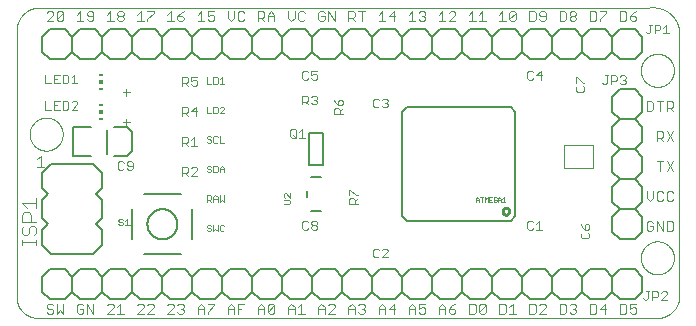
<source format=gto>
G75*
%MOIN*%
%OFA0B0*%
%FSLAX25Y25*%
%IPPOS*%
%LPD*%
%AMOC8*
5,1,8,0,0,1.08239X$1,22.5*
%
%ADD10C,0.00039*%
%ADD11C,0.00400*%
%ADD12C,0.00000*%
%ADD13C,0.00200*%
%ADD14C,0.00800*%
%ADD15C,0.01000*%
%ADD16C,0.00100*%
%ADD17C,0.00300*%
%ADD18C,0.00600*%
%ADD19C,0.00500*%
%ADD20R,0.01181X0.00591*%
%ADD21R,0.01181X0.01181*%
%ADD22C,0.00250*%
D10*
X0008864Y0047693D02*
X0213274Y0047693D01*
X0213458Y0047665D01*
X0213643Y0047641D01*
X0213828Y0047622D01*
X0214014Y0047608D01*
X0214200Y0047598D01*
X0214386Y0047592D01*
X0214573Y0047591D01*
X0214759Y0047595D01*
X0214945Y0047603D01*
X0215131Y0047615D01*
X0215317Y0047632D01*
X0215502Y0047653D01*
X0215686Y0047679D01*
X0215870Y0047709D01*
X0216053Y0047744D01*
X0216235Y0047783D01*
X0216416Y0047827D01*
X0216596Y0047875D01*
X0216775Y0047927D01*
X0216953Y0047984D01*
X0217129Y0048044D01*
X0217304Y0048109D01*
X0217476Y0048179D01*
X0217648Y0048252D01*
X0217817Y0048330D01*
X0217985Y0048411D01*
X0218150Y0048497D01*
X0218313Y0048587D01*
X0218475Y0048680D01*
X0218633Y0048777D01*
X0218790Y0048879D01*
X0218944Y0048984D01*
X0219095Y0049092D01*
X0219244Y0049205D01*
X0219390Y0049320D01*
X0219533Y0049440D01*
X0219673Y0049562D01*
X0219810Y0049689D01*
X0219944Y0049818D01*
X0220075Y0049950D01*
X0220203Y0050086D01*
X0220327Y0050225D01*
X0220448Y0050367D01*
X0220566Y0050511D01*
X0220680Y0050659D01*
X0220790Y0050809D01*
X0220897Y0050961D01*
X0221000Y0051117D01*
X0221099Y0051274D01*
X0221194Y0051434D01*
X0221286Y0051597D01*
X0221373Y0051761D01*
X0221457Y0051928D01*
X0221536Y0052096D01*
X0221612Y0052267D01*
X0221683Y0052439D01*
X0221750Y0052613D01*
X0221813Y0052788D01*
X0221872Y0052965D01*
X0221926Y0053143D01*
X0221976Y0053323D01*
X0222021Y0053503D01*
X0222063Y0053685D01*
X0222100Y0053868D01*
X0222132Y0054051D01*
X0222132Y0143510D01*
X0222099Y0143724D01*
X0222062Y0143937D01*
X0222018Y0144148D01*
X0221970Y0144359D01*
X0221917Y0144569D01*
X0221859Y0144777D01*
X0221795Y0144984D01*
X0221727Y0145189D01*
X0221654Y0145392D01*
X0221576Y0145594D01*
X0221493Y0145793D01*
X0221405Y0145991D01*
X0221312Y0146186D01*
X0221215Y0146379D01*
X0221113Y0146570D01*
X0221007Y0146758D01*
X0220896Y0146944D01*
X0220781Y0147126D01*
X0220661Y0147306D01*
X0220537Y0147483D01*
X0220408Y0147657D01*
X0220276Y0147828D01*
X0220139Y0147996D01*
X0219999Y0148160D01*
X0219854Y0148321D01*
X0219706Y0148478D01*
X0219554Y0148632D01*
X0219398Y0148781D01*
X0219238Y0148928D01*
X0219076Y0149070D01*
X0218909Y0149208D01*
X0218740Y0149342D01*
X0218567Y0149472D01*
X0218391Y0149598D01*
X0218212Y0149719D01*
X0218031Y0149837D01*
X0217846Y0149949D01*
X0217659Y0150058D01*
X0217469Y0150161D01*
X0217277Y0150260D01*
X0217083Y0150355D01*
X0216886Y0150444D01*
X0216687Y0150529D01*
X0216487Y0150609D01*
X0216284Y0150684D01*
X0216079Y0150755D01*
X0215873Y0150820D01*
X0215666Y0150880D01*
X0215457Y0150936D01*
X0215246Y0150986D01*
X0215035Y0151031D01*
X0214823Y0151071D01*
X0214609Y0151106D01*
X0214395Y0151135D01*
X0214180Y0151160D01*
X0213965Y0151179D01*
X0213749Y0151193D01*
X0213533Y0151202D01*
X0213317Y0151206D01*
X0213101Y0151204D01*
X0212885Y0151198D01*
X0212669Y0151186D01*
X0212453Y0151168D01*
X0212238Y0151146D01*
X0212024Y0151118D01*
X0008864Y0151118D01*
X0008680Y0151116D01*
X0008496Y0151109D01*
X0008313Y0151098D01*
X0008130Y0151082D01*
X0007947Y0151063D01*
X0007765Y0151038D01*
X0007583Y0151009D01*
X0007402Y0150976D01*
X0007222Y0150939D01*
X0007043Y0150897D01*
X0006865Y0150851D01*
X0006689Y0150800D01*
X0006513Y0150746D01*
X0006339Y0150687D01*
X0006166Y0150624D01*
X0005995Y0150556D01*
X0005826Y0150485D01*
X0005658Y0150410D01*
X0005492Y0150330D01*
X0005328Y0150247D01*
X0005167Y0150159D01*
X0005007Y0150068D01*
X0004850Y0149973D01*
X0004695Y0149874D01*
X0004542Y0149771D01*
X0004392Y0149665D01*
X0004245Y0149555D01*
X0004100Y0149442D01*
X0003958Y0149325D01*
X0003819Y0149205D01*
X0003683Y0149081D01*
X0003550Y0148954D01*
X0003420Y0148824D01*
X0003293Y0148691D01*
X0003169Y0148555D01*
X0003049Y0148416D01*
X0002932Y0148274D01*
X0002819Y0148129D01*
X0002709Y0147982D01*
X0002603Y0147832D01*
X0002500Y0147679D01*
X0002401Y0147524D01*
X0002306Y0147367D01*
X0002215Y0147207D01*
X0002127Y0147046D01*
X0002044Y0146882D01*
X0001964Y0146716D01*
X0001889Y0146548D01*
X0001818Y0146379D01*
X0001750Y0146208D01*
X0001687Y0146035D01*
X0001628Y0145861D01*
X0001574Y0145685D01*
X0001523Y0145509D01*
X0001477Y0145331D01*
X0001435Y0145152D01*
X0001398Y0144972D01*
X0001365Y0144791D01*
X0001336Y0144609D01*
X0001311Y0144427D01*
X0001292Y0144244D01*
X0001276Y0144061D01*
X0001265Y0143878D01*
X0001258Y0143694D01*
X0001256Y0143510D01*
X0001256Y0054051D01*
X0001273Y0053880D01*
X0001295Y0053709D01*
X0001321Y0053539D01*
X0001351Y0053370D01*
X0001385Y0053201D01*
X0001423Y0053033D01*
X0001466Y0052866D01*
X0001512Y0052701D01*
X0001563Y0052536D01*
X0001617Y0052373D01*
X0001676Y0052211D01*
X0001738Y0052051D01*
X0001804Y0051892D01*
X0001875Y0051735D01*
X0001949Y0051580D01*
X0002027Y0051426D01*
X0002108Y0051275D01*
X0002194Y0051125D01*
X0002283Y0050978D01*
X0002375Y0050833D01*
X0002471Y0050690D01*
X0002571Y0050550D01*
X0002674Y0050412D01*
X0002780Y0050277D01*
X0002890Y0050144D01*
X0003002Y0050014D01*
X0003118Y0049887D01*
X0003237Y0049763D01*
X0003360Y0049642D01*
X0003485Y0049523D01*
X0003612Y0049408D01*
X0003743Y0049296D01*
X0003877Y0049188D01*
X0004013Y0049082D01*
X0004151Y0048980D01*
X0004292Y0048882D01*
X0004435Y0048786D01*
X0004581Y0048695D01*
X0004729Y0048607D01*
X0004879Y0048523D01*
X0005031Y0048442D01*
X0005185Y0048365D01*
X0005341Y0048292D01*
X0005498Y0048223D01*
X0005658Y0048158D01*
X0005818Y0048096D01*
X0005981Y0048039D01*
X0006144Y0047985D01*
X0006309Y0047936D01*
X0006475Y0047891D01*
X0006642Y0047849D01*
X0006810Y0047812D01*
X0006979Y0047779D01*
X0007149Y0047750D01*
X0007319Y0047726D01*
X0007490Y0047705D01*
X0007661Y0047689D01*
X0007833Y0047677D01*
X0008004Y0047669D01*
X0008177Y0047665D01*
X0008349Y0047666D01*
X0008521Y0047671D01*
X0008692Y0047680D01*
X0008864Y0047693D01*
D11*
X0011300Y0049674D02*
X0011841Y0049133D01*
X0012922Y0049133D01*
X0013462Y0049674D01*
X0013462Y0050214D01*
X0012922Y0050754D01*
X0011841Y0050754D01*
X0011300Y0051295D01*
X0011300Y0051835D01*
X0011841Y0052376D01*
X0012922Y0052376D01*
X0013462Y0051835D01*
X0014652Y0052376D02*
X0014652Y0049133D01*
X0015733Y0050214D01*
X0016814Y0049133D01*
X0016814Y0052376D01*
X0021355Y0051835D02*
X0021355Y0049674D01*
X0021896Y0049133D01*
X0022977Y0049133D01*
X0023517Y0049674D01*
X0023517Y0050754D01*
X0022436Y0050754D01*
X0021355Y0051835D02*
X0021896Y0052376D01*
X0022977Y0052376D01*
X0023517Y0051835D01*
X0024707Y0052376D02*
X0026869Y0049133D01*
X0026869Y0052376D01*
X0024707Y0052376D02*
X0024707Y0049133D01*
X0031410Y0049133D02*
X0033572Y0051295D01*
X0033572Y0051835D01*
X0033032Y0052376D01*
X0031951Y0052376D01*
X0031410Y0051835D01*
X0034762Y0051295D02*
X0035843Y0052376D01*
X0035843Y0049133D01*
X0034762Y0049133D02*
X0036924Y0049133D01*
X0041465Y0049133D02*
X0043627Y0051295D01*
X0043627Y0051835D01*
X0043087Y0052376D01*
X0042006Y0052376D01*
X0041465Y0051835D01*
X0044817Y0051835D02*
X0045357Y0052376D01*
X0046438Y0052376D01*
X0046979Y0051835D01*
X0046979Y0051295D01*
X0044817Y0049133D01*
X0046979Y0049133D01*
X0043627Y0049133D02*
X0041465Y0049133D01*
X0033572Y0049133D02*
X0031410Y0049133D01*
X0051520Y0049133D02*
X0053682Y0051295D01*
X0053682Y0051835D01*
X0053142Y0052376D01*
X0052061Y0052376D01*
X0051520Y0051835D01*
X0054872Y0051835D02*
X0055412Y0052376D01*
X0056493Y0052376D01*
X0057034Y0051835D01*
X0057034Y0051295D01*
X0056493Y0050754D01*
X0057034Y0050214D01*
X0057034Y0049674D01*
X0056493Y0049133D01*
X0055412Y0049133D01*
X0054872Y0049674D01*
X0053682Y0049133D02*
X0051520Y0049133D01*
X0055953Y0050754D02*
X0056493Y0050754D01*
X0061575Y0050754D02*
X0063737Y0050754D01*
X0063737Y0051295D02*
X0063737Y0049133D01*
X0064927Y0049133D02*
X0064927Y0049674D01*
X0067089Y0051835D01*
X0067089Y0052376D01*
X0064927Y0052376D01*
X0063737Y0051295D02*
X0062656Y0052376D01*
X0061575Y0051295D01*
X0061575Y0049133D01*
X0071630Y0049133D02*
X0071630Y0051295D01*
X0072711Y0052376D01*
X0073792Y0051295D01*
X0073792Y0049133D01*
X0074982Y0049133D02*
X0074982Y0052376D01*
X0077144Y0052376D01*
X0076063Y0050754D02*
X0074982Y0050754D01*
X0073792Y0050754D02*
X0071630Y0050754D01*
X0081685Y0050754D02*
X0083847Y0050754D01*
X0083847Y0051295D02*
X0083847Y0049133D01*
X0085037Y0049674D02*
X0087199Y0051835D01*
X0087199Y0049674D01*
X0086658Y0049133D01*
X0085577Y0049133D01*
X0085037Y0049674D01*
X0085037Y0051835D01*
X0085577Y0052376D01*
X0086658Y0052376D01*
X0087199Y0051835D01*
X0083847Y0051295D02*
X0082766Y0052376D01*
X0081685Y0051295D01*
X0081685Y0049133D01*
X0091740Y0049133D02*
X0091740Y0051295D01*
X0092821Y0052376D01*
X0093902Y0051295D01*
X0093902Y0049133D01*
X0095092Y0049133D02*
X0097254Y0049133D01*
X0096173Y0049133D02*
X0096173Y0052376D01*
X0095092Y0051295D01*
X0093902Y0050754D02*
X0091740Y0050754D01*
X0101795Y0050754D02*
X0103957Y0050754D01*
X0103957Y0051295D02*
X0103957Y0049133D01*
X0105147Y0049133D02*
X0107309Y0051295D01*
X0107309Y0051835D01*
X0106768Y0052376D01*
X0105687Y0052376D01*
X0105147Y0051835D01*
X0103957Y0051295D02*
X0102876Y0052376D01*
X0101795Y0051295D01*
X0101795Y0049133D01*
X0105147Y0049133D02*
X0107309Y0049133D01*
X0111850Y0049133D02*
X0111850Y0051295D01*
X0112931Y0052376D01*
X0114012Y0051295D01*
X0114012Y0049133D01*
X0115202Y0049674D02*
X0115742Y0049133D01*
X0116823Y0049133D01*
X0117364Y0049674D01*
X0117364Y0050214D01*
X0116823Y0050754D01*
X0116283Y0050754D01*
X0116823Y0050754D02*
X0117364Y0051295D01*
X0117364Y0051835D01*
X0116823Y0052376D01*
X0115742Y0052376D01*
X0115202Y0051835D01*
X0114012Y0050754D02*
X0111850Y0050754D01*
X0121905Y0050754D02*
X0124067Y0050754D01*
X0124067Y0051295D02*
X0124067Y0049133D01*
X0121905Y0049133D02*
X0121905Y0051295D01*
X0122986Y0052376D01*
X0124067Y0051295D01*
X0125257Y0050754D02*
X0126878Y0052376D01*
X0126878Y0049133D01*
X0127419Y0050754D02*
X0125257Y0050754D01*
X0131960Y0050754D02*
X0134122Y0050754D01*
X0134122Y0051295D02*
X0134122Y0049133D01*
X0135312Y0049674D02*
X0135852Y0049133D01*
X0136933Y0049133D01*
X0137474Y0049674D01*
X0137474Y0050754D01*
X0136933Y0051295D01*
X0136393Y0051295D01*
X0135312Y0050754D01*
X0135312Y0052376D01*
X0137474Y0052376D01*
X0134122Y0051295D02*
X0133041Y0052376D01*
X0131960Y0051295D01*
X0131960Y0049133D01*
X0142015Y0049133D02*
X0142015Y0051295D01*
X0143096Y0052376D01*
X0144177Y0051295D01*
X0144177Y0049133D01*
X0145367Y0049674D02*
X0145907Y0049133D01*
X0146988Y0049133D01*
X0147529Y0049674D01*
X0147529Y0050214D01*
X0146988Y0050754D01*
X0145367Y0050754D01*
X0145367Y0049674D01*
X0145367Y0050754D02*
X0146448Y0051835D01*
X0147529Y0052376D01*
X0144177Y0050754D02*
X0142015Y0050754D01*
X0152070Y0049133D02*
X0153692Y0049133D01*
X0154232Y0049674D01*
X0154232Y0051835D01*
X0153692Y0052376D01*
X0152070Y0052376D01*
X0152070Y0049133D01*
X0155422Y0049674D02*
X0157584Y0051835D01*
X0157584Y0049674D01*
X0157043Y0049133D01*
X0155962Y0049133D01*
X0155422Y0049674D01*
X0155422Y0051835D01*
X0155962Y0052376D01*
X0157043Y0052376D01*
X0157584Y0051835D01*
X0162125Y0052376D02*
X0162125Y0049133D01*
X0163747Y0049133D01*
X0164287Y0049674D01*
X0164287Y0051835D01*
X0163747Y0052376D01*
X0162125Y0052376D01*
X0165477Y0051295D02*
X0166558Y0052376D01*
X0166558Y0049133D01*
X0165477Y0049133D02*
X0167639Y0049133D01*
X0172180Y0049133D02*
X0173802Y0049133D01*
X0174342Y0049674D01*
X0174342Y0051835D01*
X0173802Y0052376D01*
X0172180Y0052376D01*
X0172180Y0049133D01*
X0175532Y0049133D02*
X0177694Y0051295D01*
X0177694Y0051835D01*
X0177153Y0052376D01*
X0176072Y0052376D01*
X0175532Y0051835D01*
X0175532Y0049133D02*
X0177694Y0049133D01*
X0182235Y0049133D02*
X0183856Y0049133D01*
X0184397Y0049674D01*
X0184397Y0051835D01*
X0183856Y0052376D01*
X0182235Y0052376D01*
X0182235Y0049133D01*
X0185587Y0049674D02*
X0186127Y0049133D01*
X0187208Y0049133D01*
X0187749Y0049674D01*
X0187749Y0050214D01*
X0187208Y0050754D01*
X0186668Y0050754D01*
X0187208Y0050754D02*
X0187749Y0051295D01*
X0187749Y0051835D01*
X0187208Y0052376D01*
X0186127Y0052376D01*
X0185587Y0051835D01*
X0192290Y0052376D02*
X0192290Y0049133D01*
X0193911Y0049133D01*
X0194452Y0049674D01*
X0194452Y0051835D01*
X0193911Y0052376D01*
X0192290Y0052376D01*
X0195642Y0050754D02*
X0197804Y0050754D01*
X0197263Y0049133D02*
X0197263Y0052376D01*
X0195642Y0050754D01*
X0202345Y0049133D02*
X0203966Y0049133D01*
X0204507Y0049674D01*
X0204507Y0051835D01*
X0203966Y0052376D01*
X0202345Y0052376D01*
X0202345Y0049133D01*
X0205697Y0049674D02*
X0206237Y0049133D01*
X0207318Y0049133D01*
X0207859Y0049674D01*
X0207859Y0050754D01*
X0207318Y0051295D01*
X0206778Y0051295D01*
X0205697Y0050754D01*
X0205697Y0052376D01*
X0207859Y0052376D01*
X0211786Y0076633D02*
X0212867Y0076633D01*
X0213407Y0077174D01*
X0213407Y0078254D01*
X0212326Y0078254D01*
X0211245Y0077174D02*
X0211786Y0076633D01*
X0211245Y0077174D02*
X0211245Y0079335D01*
X0211786Y0079876D01*
X0212867Y0079876D01*
X0213407Y0079335D01*
X0214597Y0079876D02*
X0216759Y0076633D01*
X0216759Y0079876D01*
X0217949Y0079876D02*
X0219570Y0079876D01*
X0220111Y0079335D01*
X0220111Y0077174D01*
X0219570Y0076633D01*
X0217949Y0076633D01*
X0217949Y0079876D01*
X0214597Y0079876D02*
X0214597Y0076633D01*
X0215138Y0086643D02*
X0216218Y0086643D01*
X0216759Y0087184D01*
X0217949Y0087184D02*
X0218489Y0086643D01*
X0219570Y0086643D01*
X0220111Y0087184D01*
X0217949Y0087184D02*
X0217949Y0089345D01*
X0218489Y0089886D01*
X0219570Y0089886D01*
X0220111Y0089345D01*
X0216759Y0089345D02*
X0216218Y0089886D01*
X0215138Y0089886D01*
X0214597Y0089345D01*
X0214597Y0087184D01*
X0215138Y0086643D01*
X0213407Y0087724D02*
X0213407Y0089886D01*
X0211245Y0089886D02*
X0211245Y0087724D01*
X0212326Y0086643D01*
X0213407Y0087724D01*
X0215678Y0096653D02*
X0215678Y0099896D01*
X0214597Y0099896D02*
X0216759Y0099896D01*
X0217949Y0099896D02*
X0220111Y0096653D01*
X0217949Y0096653D02*
X0220111Y0099896D01*
X0220111Y0106663D02*
X0217949Y0109906D01*
X0216759Y0109365D02*
X0216759Y0108284D01*
X0216218Y0107744D01*
X0214597Y0107744D01*
X0214597Y0106663D02*
X0214597Y0109906D01*
X0216218Y0109906D01*
X0216759Y0109365D01*
X0215678Y0107744D02*
X0216759Y0106663D01*
X0217949Y0106663D02*
X0220111Y0109906D01*
X0220111Y0116673D02*
X0219030Y0117754D01*
X0219570Y0117754D02*
X0217949Y0117754D01*
X0217949Y0116673D02*
X0217949Y0119916D01*
X0219570Y0119916D01*
X0220111Y0119375D01*
X0220111Y0118294D01*
X0219570Y0117754D01*
X0216759Y0119916D02*
X0214597Y0119916D01*
X0215678Y0119916D02*
X0215678Y0116673D01*
X0213407Y0117213D02*
X0213407Y0119375D01*
X0212867Y0119916D01*
X0211245Y0119916D01*
X0211245Y0116673D01*
X0212867Y0116673D01*
X0213407Y0117213D01*
X0207318Y0146633D02*
X0206237Y0146633D01*
X0205697Y0147174D01*
X0205697Y0148254D01*
X0207318Y0148254D01*
X0207859Y0147714D01*
X0207859Y0147174D01*
X0207318Y0146633D01*
X0205697Y0148254D02*
X0206778Y0149335D01*
X0207859Y0149876D01*
X0204507Y0149335D02*
X0203966Y0149876D01*
X0202345Y0149876D01*
X0202345Y0146633D01*
X0203966Y0146633D01*
X0204507Y0147174D01*
X0204507Y0149335D01*
X0197804Y0149335D02*
X0195642Y0147174D01*
X0195642Y0146633D01*
X0194452Y0147174D02*
X0194452Y0149335D01*
X0193911Y0149876D01*
X0192290Y0149876D01*
X0192290Y0146633D01*
X0193911Y0146633D01*
X0194452Y0147174D01*
X0195642Y0149876D02*
X0197804Y0149876D01*
X0197804Y0149335D01*
X0187749Y0149335D02*
X0187749Y0148795D01*
X0187208Y0148254D01*
X0186127Y0148254D01*
X0185587Y0148795D01*
X0185587Y0149335D01*
X0186127Y0149876D01*
X0187208Y0149876D01*
X0187749Y0149335D01*
X0187208Y0148254D02*
X0187749Y0147714D01*
X0187749Y0147174D01*
X0187208Y0146633D01*
X0186127Y0146633D01*
X0185587Y0147174D01*
X0185587Y0147714D01*
X0186127Y0148254D01*
X0184397Y0147174D02*
X0184397Y0149335D01*
X0183856Y0149876D01*
X0182235Y0149876D01*
X0182235Y0146633D01*
X0183856Y0146633D01*
X0184397Y0147174D01*
X0177694Y0147174D02*
X0177694Y0149335D01*
X0177153Y0149876D01*
X0176072Y0149876D01*
X0175532Y0149335D01*
X0175532Y0148795D01*
X0176072Y0148254D01*
X0177694Y0148254D01*
X0177694Y0147174D02*
X0177153Y0146633D01*
X0176072Y0146633D01*
X0175532Y0147174D01*
X0174342Y0147174D02*
X0174342Y0149335D01*
X0173802Y0149876D01*
X0172180Y0149876D01*
X0172180Y0146633D01*
X0173802Y0146633D01*
X0174342Y0147174D01*
X0167639Y0147174D02*
X0167639Y0149335D01*
X0165477Y0147174D01*
X0166017Y0146633D01*
X0167098Y0146633D01*
X0167639Y0147174D01*
X0165477Y0147174D02*
X0165477Y0149335D01*
X0166017Y0149876D01*
X0167098Y0149876D01*
X0167639Y0149335D01*
X0164287Y0146633D02*
X0162125Y0146633D01*
X0163206Y0146633D02*
X0163206Y0149876D01*
X0162125Y0148795D01*
X0157584Y0146633D02*
X0155422Y0146633D01*
X0156503Y0146633D02*
X0156503Y0149876D01*
X0155422Y0148795D01*
X0154232Y0146633D02*
X0152070Y0146633D01*
X0153151Y0146633D02*
X0153151Y0149876D01*
X0152070Y0148795D01*
X0147529Y0148795D02*
X0145367Y0146633D01*
X0147529Y0146633D01*
X0147529Y0148795D02*
X0147529Y0149335D01*
X0146988Y0149876D01*
X0145907Y0149876D01*
X0145367Y0149335D01*
X0143096Y0149876D02*
X0142015Y0148795D01*
X0143096Y0149876D02*
X0143096Y0146633D01*
X0142015Y0146633D02*
X0144177Y0146633D01*
X0137474Y0147174D02*
X0136933Y0146633D01*
X0135852Y0146633D01*
X0135312Y0147174D01*
X0134122Y0146633D02*
X0131960Y0146633D01*
X0133041Y0146633D02*
X0133041Y0149876D01*
X0131960Y0148795D01*
X0135312Y0149335D02*
X0135852Y0149876D01*
X0136933Y0149876D01*
X0137474Y0149335D01*
X0137474Y0148795D01*
X0136933Y0148254D01*
X0137474Y0147714D01*
X0137474Y0147174D01*
X0136933Y0148254D02*
X0136393Y0148254D01*
X0127419Y0148254D02*
X0125257Y0148254D01*
X0126878Y0149876D01*
X0126878Y0146633D01*
X0124067Y0146633D02*
X0121905Y0146633D01*
X0122986Y0146633D02*
X0122986Y0149876D01*
X0121905Y0148795D01*
X0117364Y0149876D02*
X0115202Y0149876D01*
X0116283Y0149876D02*
X0116283Y0146633D01*
X0114012Y0146633D02*
X0112931Y0147714D01*
X0113472Y0147714D02*
X0111850Y0147714D01*
X0111850Y0146633D02*
X0111850Y0149876D01*
X0113472Y0149876D01*
X0114012Y0149335D01*
X0114012Y0148254D01*
X0113472Y0147714D01*
X0107309Y0146633D02*
X0107309Y0149876D01*
X0105147Y0149876D02*
X0107309Y0146633D01*
X0105147Y0146633D02*
X0105147Y0149876D01*
X0103957Y0149335D02*
X0103417Y0149876D01*
X0102336Y0149876D01*
X0101795Y0149335D01*
X0101795Y0147174D01*
X0102336Y0146633D01*
X0103417Y0146633D01*
X0103957Y0147174D01*
X0103957Y0148254D01*
X0102876Y0148254D01*
X0097254Y0147174D02*
X0096713Y0146633D01*
X0095632Y0146633D01*
X0095092Y0147174D01*
X0095092Y0149335D01*
X0095632Y0149876D01*
X0096713Y0149876D01*
X0097254Y0149335D01*
X0093902Y0149876D02*
X0093902Y0147714D01*
X0092821Y0146633D01*
X0091740Y0147714D01*
X0091740Y0149876D01*
X0087199Y0148795D02*
X0087199Y0146633D01*
X0087199Y0148254D02*
X0085037Y0148254D01*
X0085037Y0148795D02*
X0086118Y0149876D01*
X0087199Y0148795D01*
X0085037Y0148795D02*
X0085037Y0146633D01*
X0083847Y0146633D02*
X0082766Y0147714D01*
X0083307Y0147714D02*
X0081685Y0147714D01*
X0081685Y0146633D02*
X0081685Y0149876D01*
X0083307Y0149876D01*
X0083847Y0149335D01*
X0083847Y0148254D01*
X0083307Y0147714D01*
X0077144Y0147174D02*
X0076603Y0146633D01*
X0075522Y0146633D01*
X0074982Y0147174D01*
X0074982Y0149335D01*
X0075522Y0149876D01*
X0076603Y0149876D01*
X0077144Y0149335D01*
X0073792Y0149876D02*
X0073792Y0147714D01*
X0072711Y0146633D01*
X0071630Y0147714D01*
X0071630Y0149876D01*
X0067089Y0149876D02*
X0064927Y0149876D01*
X0064927Y0148254D01*
X0066008Y0148795D01*
X0066548Y0148795D01*
X0067089Y0148254D01*
X0067089Y0147174D01*
X0066548Y0146633D01*
X0065467Y0146633D01*
X0064927Y0147174D01*
X0063737Y0146633D02*
X0061575Y0146633D01*
X0062656Y0146633D02*
X0062656Y0149876D01*
X0061575Y0148795D01*
X0057034Y0149876D02*
X0055953Y0149335D01*
X0054872Y0148254D01*
X0056493Y0148254D01*
X0057034Y0147714D01*
X0057034Y0147174D01*
X0056493Y0146633D01*
X0055412Y0146633D01*
X0054872Y0147174D01*
X0054872Y0148254D01*
X0053682Y0146633D02*
X0051520Y0146633D01*
X0052601Y0146633D02*
X0052601Y0149876D01*
X0051520Y0148795D01*
X0046979Y0149335D02*
X0044817Y0147174D01*
X0044817Y0146633D01*
X0043627Y0146633D02*
X0041465Y0146633D01*
X0042546Y0146633D02*
X0042546Y0149876D01*
X0041465Y0148795D01*
X0044817Y0149876D02*
X0046979Y0149876D01*
X0046979Y0149335D01*
X0036924Y0149335D02*
X0036924Y0148795D01*
X0036383Y0148254D01*
X0035302Y0148254D01*
X0034762Y0148795D01*
X0034762Y0149335D01*
X0035302Y0149876D01*
X0036383Y0149876D01*
X0036924Y0149335D01*
X0036383Y0148254D02*
X0036924Y0147714D01*
X0036924Y0147174D01*
X0036383Y0146633D01*
X0035302Y0146633D01*
X0034762Y0147174D01*
X0034762Y0147714D01*
X0035302Y0148254D01*
X0033572Y0146633D02*
X0031410Y0146633D01*
X0032491Y0146633D02*
X0032491Y0149876D01*
X0031410Y0148795D01*
X0026869Y0149335D02*
X0026869Y0147174D01*
X0026328Y0146633D01*
X0025247Y0146633D01*
X0024707Y0147174D01*
X0025247Y0148254D02*
X0026869Y0148254D01*
X0026869Y0149335D02*
X0026328Y0149876D01*
X0025247Y0149876D01*
X0024707Y0149335D01*
X0024707Y0148795D01*
X0025247Y0148254D01*
X0023517Y0146633D02*
X0021355Y0146633D01*
X0022436Y0146633D02*
X0022436Y0149876D01*
X0021355Y0148795D01*
X0016814Y0149335D02*
X0014652Y0147174D01*
X0015193Y0146633D01*
X0016273Y0146633D01*
X0016814Y0147174D01*
X0016814Y0149335D01*
X0016273Y0149876D01*
X0015193Y0149876D01*
X0014652Y0149335D01*
X0014652Y0147174D01*
X0013462Y0146633D02*
X0011300Y0146633D01*
X0013462Y0148795D01*
X0013462Y0149335D01*
X0012922Y0149876D01*
X0011841Y0149876D01*
X0011300Y0149335D01*
X0007650Y0087479D02*
X0007650Y0084410D01*
X0007650Y0085945D02*
X0003046Y0085945D01*
X0004581Y0084410D01*
X0003814Y0082876D02*
X0005348Y0082876D01*
X0006116Y0082108D01*
X0006116Y0079806D01*
X0006116Y0078272D02*
X0005348Y0077504D01*
X0005348Y0075970D01*
X0004581Y0075202D01*
X0003814Y0075202D01*
X0003046Y0075970D01*
X0003046Y0077504D01*
X0003814Y0078272D01*
X0003046Y0079806D02*
X0003046Y0082108D01*
X0003814Y0082876D01*
X0003046Y0079806D02*
X0007650Y0079806D01*
X0006883Y0078272D02*
X0007650Y0077504D01*
X0007650Y0075970D01*
X0006883Y0075202D01*
X0007650Y0073668D02*
X0007650Y0072133D01*
X0007650Y0072900D02*
X0003046Y0072900D01*
X0003046Y0072133D02*
X0003046Y0073668D01*
X0006116Y0078272D02*
X0006883Y0078272D01*
D12*
X0005588Y0108933D02*
X0005590Y0109081D01*
X0005596Y0109229D01*
X0005606Y0109377D01*
X0005620Y0109524D01*
X0005638Y0109671D01*
X0005659Y0109817D01*
X0005685Y0109963D01*
X0005715Y0110108D01*
X0005748Y0110252D01*
X0005786Y0110395D01*
X0005827Y0110537D01*
X0005872Y0110678D01*
X0005920Y0110818D01*
X0005973Y0110957D01*
X0006029Y0111094D01*
X0006089Y0111229D01*
X0006152Y0111363D01*
X0006219Y0111495D01*
X0006290Y0111625D01*
X0006364Y0111753D01*
X0006441Y0111879D01*
X0006522Y0112003D01*
X0006606Y0112125D01*
X0006693Y0112244D01*
X0006784Y0112361D01*
X0006878Y0112476D01*
X0006974Y0112588D01*
X0007074Y0112698D01*
X0007176Y0112804D01*
X0007282Y0112908D01*
X0007390Y0113009D01*
X0007501Y0113107D01*
X0007614Y0113203D01*
X0007730Y0113295D01*
X0007848Y0113384D01*
X0007969Y0113469D01*
X0008092Y0113552D01*
X0008217Y0113631D01*
X0008344Y0113707D01*
X0008473Y0113779D01*
X0008604Y0113848D01*
X0008737Y0113913D01*
X0008872Y0113974D01*
X0009008Y0114032D01*
X0009145Y0114087D01*
X0009284Y0114137D01*
X0009425Y0114184D01*
X0009566Y0114227D01*
X0009709Y0114267D01*
X0009853Y0114302D01*
X0009997Y0114334D01*
X0010143Y0114361D01*
X0010289Y0114385D01*
X0010436Y0114405D01*
X0010583Y0114421D01*
X0010730Y0114433D01*
X0010878Y0114441D01*
X0011026Y0114445D01*
X0011174Y0114445D01*
X0011322Y0114441D01*
X0011470Y0114433D01*
X0011617Y0114421D01*
X0011764Y0114405D01*
X0011911Y0114385D01*
X0012057Y0114361D01*
X0012203Y0114334D01*
X0012347Y0114302D01*
X0012491Y0114267D01*
X0012634Y0114227D01*
X0012775Y0114184D01*
X0012916Y0114137D01*
X0013055Y0114087D01*
X0013192Y0114032D01*
X0013328Y0113974D01*
X0013463Y0113913D01*
X0013596Y0113848D01*
X0013727Y0113779D01*
X0013856Y0113707D01*
X0013983Y0113631D01*
X0014108Y0113552D01*
X0014231Y0113469D01*
X0014352Y0113384D01*
X0014470Y0113295D01*
X0014586Y0113203D01*
X0014699Y0113107D01*
X0014810Y0113009D01*
X0014918Y0112908D01*
X0015024Y0112804D01*
X0015126Y0112698D01*
X0015226Y0112588D01*
X0015322Y0112476D01*
X0015416Y0112361D01*
X0015507Y0112244D01*
X0015594Y0112125D01*
X0015678Y0112003D01*
X0015759Y0111879D01*
X0015836Y0111753D01*
X0015910Y0111625D01*
X0015981Y0111495D01*
X0016048Y0111363D01*
X0016111Y0111229D01*
X0016171Y0111094D01*
X0016227Y0110957D01*
X0016280Y0110818D01*
X0016328Y0110678D01*
X0016373Y0110537D01*
X0016414Y0110395D01*
X0016452Y0110252D01*
X0016485Y0110108D01*
X0016515Y0109963D01*
X0016541Y0109817D01*
X0016562Y0109671D01*
X0016580Y0109524D01*
X0016594Y0109377D01*
X0016604Y0109229D01*
X0016610Y0109081D01*
X0016612Y0108933D01*
X0016610Y0108785D01*
X0016604Y0108637D01*
X0016594Y0108489D01*
X0016580Y0108342D01*
X0016562Y0108195D01*
X0016541Y0108049D01*
X0016515Y0107903D01*
X0016485Y0107758D01*
X0016452Y0107614D01*
X0016414Y0107471D01*
X0016373Y0107329D01*
X0016328Y0107188D01*
X0016280Y0107048D01*
X0016227Y0106909D01*
X0016171Y0106772D01*
X0016111Y0106637D01*
X0016048Y0106503D01*
X0015981Y0106371D01*
X0015910Y0106241D01*
X0015836Y0106113D01*
X0015759Y0105987D01*
X0015678Y0105863D01*
X0015594Y0105741D01*
X0015507Y0105622D01*
X0015416Y0105505D01*
X0015322Y0105390D01*
X0015226Y0105278D01*
X0015126Y0105168D01*
X0015024Y0105062D01*
X0014918Y0104958D01*
X0014810Y0104857D01*
X0014699Y0104759D01*
X0014586Y0104663D01*
X0014470Y0104571D01*
X0014352Y0104482D01*
X0014231Y0104397D01*
X0014108Y0104314D01*
X0013983Y0104235D01*
X0013856Y0104159D01*
X0013727Y0104087D01*
X0013596Y0104018D01*
X0013463Y0103953D01*
X0013328Y0103892D01*
X0013192Y0103834D01*
X0013055Y0103779D01*
X0012916Y0103729D01*
X0012775Y0103682D01*
X0012634Y0103639D01*
X0012491Y0103599D01*
X0012347Y0103564D01*
X0012203Y0103532D01*
X0012057Y0103505D01*
X0011911Y0103481D01*
X0011764Y0103461D01*
X0011617Y0103445D01*
X0011470Y0103433D01*
X0011322Y0103425D01*
X0011174Y0103421D01*
X0011026Y0103421D01*
X0010878Y0103425D01*
X0010730Y0103433D01*
X0010583Y0103445D01*
X0010436Y0103461D01*
X0010289Y0103481D01*
X0010143Y0103505D01*
X0009997Y0103532D01*
X0009853Y0103564D01*
X0009709Y0103599D01*
X0009566Y0103639D01*
X0009425Y0103682D01*
X0009284Y0103729D01*
X0009145Y0103779D01*
X0009008Y0103834D01*
X0008872Y0103892D01*
X0008737Y0103953D01*
X0008604Y0104018D01*
X0008473Y0104087D01*
X0008344Y0104159D01*
X0008217Y0104235D01*
X0008092Y0104314D01*
X0007969Y0104397D01*
X0007848Y0104482D01*
X0007730Y0104571D01*
X0007614Y0104663D01*
X0007501Y0104759D01*
X0007390Y0104857D01*
X0007282Y0104958D01*
X0007176Y0105062D01*
X0007074Y0105168D01*
X0006974Y0105278D01*
X0006878Y0105390D01*
X0006784Y0105505D01*
X0006693Y0105622D01*
X0006606Y0105741D01*
X0006522Y0105863D01*
X0006441Y0105987D01*
X0006364Y0106113D01*
X0006290Y0106241D01*
X0006219Y0106371D01*
X0006152Y0106503D01*
X0006089Y0106637D01*
X0006029Y0106772D01*
X0005973Y0106909D01*
X0005920Y0107048D01*
X0005872Y0107188D01*
X0005827Y0107329D01*
X0005786Y0107471D01*
X0005748Y0107614D01*
X0005715Y0107758D01*
X0005685Y0107903D01*
X0005659Y0108049D01*
X0005638Y0108195D01*
X0005620Y0108342D01*
X0005606Y0108489D01*
X0005596Y0108637D01*
X0005590Y0108785D01*
X0005588Y0108933D01*
X0209338Y0130183D02*
X0209340Y0130331D01*
X0209346Y0130479D01*
X0209356Y0130627D01*
X0209370Y0130774D01*
X0209388Y0130921D01*
X0209409Y0131067D01*
X0209435Y0131213D01*
X0209465Y0131358D01*
X0209498Y0131502D01*
X0209536Y0131645D01*
X0209577Y0131787D01*
X0209622Y0131928D01*
X0209670Y0132068D01*
X0209723Y0132207D01*
X0209779Y0132344D01*
X0209839Y0132479D01*
X0209902Y0132613D01*
X0209969Y0132745D01*
X0210040Y0132875D01*
X0210114Y0133003D01*
X0210191Y0133129D01*
X0210272Y0133253D01*
X0210356Y0133375D01*
X0210443Y0133494D01*
X0210534Y0133611D01*
X0210628Y0133726D01*
X0210724Y0133838D01*
X0210824Y0133948D01*
X0210926Y0134054D01*
X0211032Y0134158D01*
X0211140Y0134259D01*
X0211251Y0134357D01*
X0211364Y0134453D01*
X0211480Y0134545D01*
X0211598Y0134634D01*
X0211719Y0134719D01*
X0211842Y0134802D01*
X0211967Y0134881D01*
X0212094Y0134957D01*
X0212223Y0135029D01*
X0212354Y0135098D01*
X0212487Y0135163D01*
X0212622Y0135224D01*
X0212758Y0135282D01*
X0212895Y0135337D01*
X0213034Y0135387D01*
X0213175Y0135434D01*
X0213316Y0135477D01*
X0213459Y0135517D01*
X0213603Y0135552D01*
X0213747Y0135584D01*
X0213893Y0135611D01*
X0214039Y0135635D01*
X0214186Y0135655D01*
X0214333Y0135671D01*
X0214480Y0135683D01*
X0214628Y0135691D01*
X0214776Y0135695D01*
X0214924Y0135695D01*
X0215072Y0135691D01*
X0215220Y0135683D01*
X0215367Y0135671D01*
X0215514Y0135655D01*
X0215661Y0135635D01*
X0215807Y0135611D01*
X0215953Y0135584D01*
X0216097Y0135552D01*
X0216241Y0135517D01*
X0216384Y0135477D01*
X0216525Y0135434D01*
X0216666Y0135387D01*
X0216805Y0135337D01*
X0216942Y0135282D01*
X0217078Y0135224D01*
X0217213Y0135163D01*
X0217346Y0135098D01*
X0217477Y0135029D01*
X0217606Y0134957D01*
X0217733Y0134881D01*
X0217858Y0134802D01*
X0217981Y0134719D01*
X0218102Y0134634D01*
X0218220Y0134545D01*
X0218336Y0134453D01*
X0218449Y0134357D01*
X0218560Y0134259D01*
X0218668Y0134158D01*
X0218774Y0134054D01*
X0218876Y0133948D01*
X0218976Y0133838D01*
X0219072Y0133726D01*
X0219166Y0133611D01*
X0219257Y0133494D01*
X0219344Y0133375D01*
X0219428Y0133253D01*
X0219509Y0133129D01*
X0219586Y0133003D01*
X0219660Y0132875D01*
X0219731Y0132745D01*
X0219798Y0132613D01*
X0219861Y0132479D01*
X0219921Y0132344D01*
X0219977Y0132207D01*
X0220030Y0132068D01*
X0220078Y0131928D01*
X0220123Y0131787D01*
X0220164Y0131645D01*
X0220202Y0131502D01*
X0220235Y0131358D01*
X0220265Y0131213D01*
X0220291Y0131067D01*
X0220312Y0130921D01*
X0220330Y0130774D01*
X0220344Y0130627D01*
X0220354Y0130479D01*
X0220360Y0130331D01*
X0220362Y0130183D01*
X0220360Y0130035D01*
X0220354Y0129887D01*
X0220344Y0129739D01*
X0220330Y0129592D01*
X0220312Y0129445D01*
X0220291Y0129299D01*
X0220265Y0129153D01*
X0220235Y0129008D01*
X0220202Y0128864D01*
X0220164Y0128721D01*
X0220123Y0128579D01*
X0220078Y0128438D01*
X0220030Y0128298D01*
X0219977Y0128159D01*
X0219921Y0128022D01*
X0219861Y0127887D01*
X0219798Y0127753D01*
X0219731Y0127621D01*
X0219660Y0127491D01*
X0219586Y0127363D01*
X0219509Y0127237D01*
X0219428Y0127113D01*
X0219344Y0126991D01*
X0219257Y0126872D01*
X0219166Y0126755D01*
X0219072Y0126640D01*
X0218976Y0126528D01*
X0218876Y0126418D01*
X0218774Y0126312D01*
X0218668Y0126208D01*
X0218560Y0126107D01*
X0218449Y0126009D01*
X0218336Y0125913D01*
X0218220Y0125821D01*
X0218102Y0125732D01*
X0217981Y0125647D01*
X0217858Y0125564D01*
X0217733Y0125485D01*
X0217606Y0125409D01*
X0217477Y0125337D01*
X0217346Y0125268D01*
X0217213Y0125203D01*
X0217078Y0125142D01*
X0216942Y0125084D01*
X0216805Y0125029D01*
X0216666Y0124979D01*
X0216525Y0124932D01*
X0216384Y0124889D01*
X0216241Y0124849D01*
X0216097Y0124814D01*
X0215953Y0124782D01*
X0215807Y0124755D01*
X0215661Y0124731D01*
X0215514Y0124711D01*
X0215367Y0124695D01*
X0215220Y0124683D01*
X0215072Y0124675D01*
X0214924Y0124671D01*
X0214776Y0124671D01*
X0214628Y0124675D01*
X0214480Y0124683D01*
X0214333Y0124695D01*
X0214186Y0124711D01*
X0214039Y0124731D01*
X0213893Y0124755D01*
X0213747Y0124782D01*
X0213603Y0124814D01*
X0213459Y0124849D01*
X0213316Y0124889D01*
X0213175Y0124932D01*
X0213034Y0124979D01*
X0212895Y0125029D01*
X0212758Y0125084D01*
X0212622Y0125142D01*
X0212487Y0125203D01*
X0212354Y0125268D01*
X0212223Y0125337D01*
X0212094Y0125409D01*
X0211967Y0125485D01*
X0211842Y0125564D01*
X0211719Y0125647D01*
X0211598Y0125732D01*
X0211480Y0125821D01*
X0211364Y0125913D01*
X0211251Y0126009D01*
X0211140Y0126107D01*
X0211032Y0126208D01*
X0210926Y0126312D01*
X0210824Y0126418D01*
X0210724Y0126528D01*
X0210628Y0126640D01*
X0210534Y0126755D01*
X0210443Y0126872D01*
X0210356Y0126991D01*
X0210272Y0127113D01*
X0210191Y0127237D01*
X0210114Y0127363D01*
X0210040Y0127491D01*
X0209969Y0127621D01*
X0209902Y0127753D01*
X0209839Y0127887D01*
X0209779Y0128022D01*
X0209723Y0128159D01*
X0209670Y0128298D01*
X0209622Y0128438D01*
X0209577Y0128579D01*
X0209536Y0128721D01*
X0209498Y0128864D01*
X0209465Y0129008D01*
X0209435Y0129153D01*
X0209409Y0129299D01*
X0209388Y0129445D01*
X0209370Y0129592D01*
X0209356Y0129739D01*
X0209346Y0129887D01*
X0209340Y0130035D01*
X0209338Y0130183D01*
X0209338Y0067683D02*
X0209340Y0067831D01*
X0209346Y0067979D01*
X0209356Y0068127D01*
X0209370Y0068274D01*
X0209388Y0068421D01*
X0209409Y0068567D01*
X0209435Y0068713D01*
X0209465Y0068858D01*
X0209498Y0069002D01*
X0209536Y0069145D01*
X0209577Y0069287D01*
X0209622Y0069428D01*
X0209670Y0069568D01*
X0209723Y0069707D01*
X0209779Y0069844D01*
X0209839Y0069979D01*
X0209902Y0070113D01*
X0209969Y0070245D01*
X0210040Y0070375D01*
X0210114Y0070503D01*
X0210191Y0070629D01*
X0210272Y0070753D01*
X0210356Y0070875D01*
X0210443Y0070994D01*
X0210534Y0071111D01*
X0210628Y0071226D01*
X0210724Y0071338D01*
X0210824Y0071448D01*
X0210926Y0071554D01*
X0211032Y0071658D01*
X0211140Y0071759D01*
X0211251Y0071857D01*
X0211364Y0071953D01*
X0211480Y0072045D01*
X0211598Y0072134D01*
X0211719Y0072219D01*
X0211842Y0072302D01*
X0211967Y0072381D01*
X0212094Y0072457D01*
X0212223Y0072529D01*
X0212354Y0072598D01*
X0212487Y0072663D01*
X0212622Y0072724D01*
X0212758Y0072782D01*
X0212895Y0072837D01*
X0213034Y0072887D01*
X0213175Y0072934D01*
X0213316Y0072977D01*
X0213459Y0073017D01*
X0213603Y0073052D01*
X0213747Y0073084D01*
X0213893Y0073111D01*
X0214039Y0073135D01*
X0214186Y0073155D01*
X0214333Y0073171D01*
X0214480Y0073183D01*
X0214628Y0073191D01*
X0214776Y0073195D01*
X0214924Y0073195D01*
X0215072Y0073191D01*
X0215220Y0073183D01*
X0215367Y0073171D01*
X0215514Y0073155D01*
X0215661Y0073135D01*
X0215807Y0073111D01*
X0215953Y0073084D01*
X0216097Y0073052D01*
X0216241Y0073017D01*
X0216384Y0072977D01*
X0216525Y0072934D01*
X0216666Y0072887D01*
X0216805Y0072837D01*
X0216942Y0072782D01*
X0217078Y0072724D01*
X0217213Y0072663D01*
X0217346Y0072598D01*
X0217477Y0072529D01*
X0217606Y0072457D01*
X0217733Y0072381D01*
X0217858Y0072302D01*
X0217981Y0072219D01*
X0218102Y0072134D01*
X0218220Y0072045D01*
X0218336Y0071953D01*
X0218449Y0071857D01*
X0218560Y0071759D01*
X0218668Y0071658D01*
X0218774Y0071554D01*
X0218876Y0071448D01*
X0218976Y0071338D01*
X0219072Y0071226D01*
X0219166Y0071111D01*
X0219257Y0070994D01*
X0219344Y0070875D01*
X0219428Y0070753D01*
X0219509Y0070629D01*
X0219586Y0070503D01*
X0219660Y0070375D01*
X0219731Y0070245D01*
X0219798Y0070113D01*
X0219861Y0069979D01*
X0219921Y0069844D01*
X0219977Y0069707D01*
X0220030Y0069568D01*
X0220078Y0069428D01*
X0220123Y0069287D01*
X0220164Y0069145D01*
X0220202Y0069002D01*
X0220235Y0068858D01*
X0220265Y0068713D01*
X0220291Y0068567D01*
X0220312Y0068421D01*
X0220330Y0068274D01*
X0220344Y0068127D01*
X0220354Y0067979D01*
X0220360Y0067831D01*
X0220362Y0067683D01*
X0220360Y0067535D01*
X0220354Y0067387D01*
X0220344Y0067239D01*
X0220330Y0067092D01*
X0220312Y0066945D01*
X0220291Y0066799D01*
X0220265Y0066653D01*
X0220235Y0066508D01*
X0220202Y0066364D01*
X0220164Y0066221D01*
X0220123Y0066079D01*
X0220078Y0065938D01*
X0220030Y0065798D01*
X0219977Y0065659D01*
X0219921Y0065522D01*
X0219861Y0065387D01*
X0219798Y0065253D01*
X0219731Y0065121D01*
X0219660Y0064991D01*
X0219586Y0064863D01*
X0219509Y0064737D01*
X0219428Y0064613D01*
X0219344Y0064491D01*
X0219257Y0064372D01*
X0219166Y0064255D01*
X0219072Y0064140D01*
X0218976Y0064028D01*
X0218876Y0063918D01*
X0218774Y0063812D01*
X0218668Y0063708D01*
X0218560Y0063607D01*
X0218449Y0063509D01*
X0218336Y0063413D01*
X0218220Y0063321D01*
X0218102Y0063232D01*
X0217981Y0063147D01*
X0217858Y0063064D01*
X0217733Y0062985D01*
X0217606Y0062909D01*
X0217477Y0062837D01*
X0217346Y0062768D01*
X0217213Y0062703D01*
X0217078Y0062642D01*
X0216942Y0062584D01*
X0216805Y0062529D01*
X0216666Y0062479D01*
X0216525Y0062432D01*
X0216384Y0062389D01*
X0216241Y0062349D01*
X0216097Y0062314D01*
X0215953Y0062282D01*
X0215807Y0062255D01*
X0215661Y0062231D01*
X0215514Y0062211D01*
X0215367Y0062195D01*
X0215220Y0062183D01*
X0215072Y0062175D01*
X0214924Y0062171D01*
X0214776Y0062171D01*
X0214628Y0062175D01*
X0214480Y0062183D01*
X0214333Y0062195D01*
X0214186Y0062211D01*
X0214039Y0062231D01*
X0213893Y0062255D01*
X0213747Y0062282D01*
X0213603Y0062314D01*
X0213459Y0062349D01*
X0213316Y0062389D01*
X0213175Y0062432D01*
X0213034Y0062479D01*
X0212895Y0062529D01*
X0212758Y0062584D01*
X0212622Y0062642D01*
X0212487Y0062703D01*
X0212354Y0062768D01*
X0212223Y0062837D01*
X0212094Y0062909D01*
X0211967Y0062985D01*
X0211842Y0063064D01*
X0211719Y0063147D01*
X0211598Y0063232D01*
X0211480Y0063321D01*
X0211364Y0063413D01*
X0211251Y0063509D01*
X0211140Y0063607D01*
X0211032Y0063708D01*
X0210926Y0063812D01*
X0210824Y0063918D01*
X0210724Y0064028D01*
X0210628Y0064140D01*
X0210534Y0064255D01*
X0210443Y0064372D01*
X0210356Y0064491D01*
X0210272Y0064613D01*
X0210191Y0064737D01*
X0210114Y0064863D01*
X0210040Y0064991D01*
X0209969Y0065121D01*
X0209902Y0065253D01*
X0209839Y0065387D01*
X0209779Y0065522D01*
X0209723Y0065659D01*
X0209670Y0065798D01*
X0209622Y0065938D01*
X0209577Y0066079D01*
X0209536Y0066221D01*
X0209498Y0066364D01*
X0209465Y0066508D01*
X0209435Y0066653D01*
X0209409Y0066799D01*
X0209388Y0066945D01*
X0209370Y0067092D01*
X0209356Y0067239D01*
X0209346Y0067387D01*
X0209340Y0067535D01*
X0209338Y0067683D01*
D13*
X0092500Y0085900D02*
X0092500Y0086634D01*
X0092133Y0087001D01*
X0090299Y0087001D01*
X0090666Y0087743D02*
X0090299Y0088110D01*
X0090299Y0088844D01*
X0090666Y0089211D01*
X0091032Y0089211D01*
X0092500Y0087743D01*
X0092500Y0089211D01*
X0092500Y0085900D02*
X0092133Y0085533D01*
X0090299Y0085533D01*
X0070458Y0086373D02*
X0070458Y0088575D01*
X0068990Y0088575D02*
X0068990Y0086373D01*
X0069724Y0087107D01*
X0070458Y0086373D01*
X0068249Y0086373D02*
X0068249Y0087841D01*
X0067515Y0088575D01*
X0066781Y0087841D01*
X0066781Y0086373D01*
X0066039Y0086373D02*
X0065305Y0087107D01*
X0065672Y0087107D02*
X0064571Y0087107D01*
X0064571Y0086373D02*
X0064571Y0088575D01*
X0065672Y0088575D01*
X0066039Y0088208D01*
X0066039Y0087474D01*
X0065672Y0087107D01*
X0066781Y0087474D02*
X0068249Y0087474D01*
X0068249Y0078735D02*
X0068249Y0076533D01*
X0067515Y0077267D01*
X0066781Y0076533D01*
X0066781Y0078735D01*
X0066039Y0078368D02*
X0065672Y0078735D01*
X0064938Y0078735D01*
X0064571Y0078368D01*
X0064571Y0078001D01*
X0064938Y0077634D01*
X0065672Y0077634D01*
X0066039Y0077267D01*
X0066039Y0076900D01*
X0065672Y0076533D01*
X0064938Y0076533D01*
X0064571Y0076900D01*
X0068990Y0076900D02*
X0069357Y0076533D01*
X0070091Y0076533D01*
X0070458Y0076900D01*
X0068990Y0076900D02*
X0068990Y0078368D01*
X0069357Y0078735D01*
X0070091Y0078735D01*
X0070458Y0078368D01*
X0038878Y0078533D02*
X0037410Y0078533D01*
X0038144Y0078533D02*
X0038144Y0080735D01*
X0037410Y0080001D01*
X0036668Y0080368D02*
X0036301Y0080735D01*
X0035567Y0080735D01*
X0035200Y0080368D01*
X0035200Y0080001D01*
X0035567Y0079634D01*
X0036301Y0079634D01*
X0036668Y0079267D01*
X0036668Y0078900D01*
X0036301Y0078533D01*
X0035567Y0078533D01*
X0035200Y0078900D01*
X0064571Y0096580D02*
X0064938Y0096213D01*
X0065672Y0096213D01*
X0066039Y0096580D01*
X0066039Y0096947D01*
X0065672Y0097314D01*
X0064938Y0097314D01*
X0064571Y0097681D01*
X0064571Y0098048D01*
X0064938Y0098415D01*
X0065672Y0098415D01*
X0066039Y0098048D01*
X0066781Y0098415D02*
X0067882Y0098415D01*
X0068249Y0098048D01*
X0068249Y0096580D01*
X0067882Y0096213D01*
X0066781Y0096213D01*
X0066781Y0098415D01*
X0068990Y0097681D02*
X0068990Y0096213D01*
X0068990Y0097314D02*
X0070458Y0097314D01*
X0070458Y0097681D02*
X0070458Y0096213D01*
X0070458Y0097681D02*
X0069724Y0098415D01*
X0068990Y0097681D01*
X0068990Y0106053D02*
X0070458Y0106053D01*
X0068990Y0106053D02*
X0068990Y0108255D01*
X0068249Y0107888D02*
X0067882Y0108255D01*
X0067148Y0108255D01*
X0066781Y0107888D01*
X0066781Y0106420D01*
X0067148Y0106053D01*
X0067882Y0106053D01*
X0068249Y0106420D01*
X0066039Y0106420D02*
X0065672Y0106053D01*
X0064938Y0106053D01*
X0064571Y0106420D01*
X0064938Y0107154D02*
X0065672Y0107154D01*
X0066039Y0106787D01*
X0066039Y0106420D01*
X0064938Y0107154D02*
X0064571Y0107521D01*
X0064571Y0107888D01*
X0064938Y0108255D01*
X0065672Y0108255D01*
X0066039Y0107888D01*
X0066039Y0115893D02*
X0064571Y0115893D01*
X0064571Y0118095D01*
X0066781Y0118095D02*
X0066781Y0115893D01*
X0067882Y0115893D01*
X0068249Y0116260D01*
X0068249Y0117728D01*
X0067882Y0118095D01*
X0066781Y0118095D01*
X0068990Y0117728D02*
X0069357Y0118095D01*
X0070091Y0118095D01*
X0070458Y0117728D01*
X0070458Y0117361D01*
X0068990Y0115893D01*
X0070458Y0115893D01*
X0070458Y0125733D02*
X0068990Y0125733D01*
X0069724Y0125733D02*
X0069724Y0127935D01*
X0068990Y0127201D01*
X0068249Y0127568D02*
X0067882Y0127935D01*
X0066781Y0127935D01*
X0066781Y0125733D01*
X0067882Y0125733D01*
X0068249Y0126100D01*
X0068249Y0127568D01*
X0066039Y0125733D02*
X0064571Y0125733D01*
X0064571Y0127935D01*
D14*
X0039693Y0109583D02*
X0038118Y0111157D01*
X0033787Y0111157D01*
X0039693Y0109583D02*
X0039693Y0103283D01*
X0038118Y0101709D01*
X0033787Y0101709D01*
X0025913Y0101709D02*
X0020008Y0101709D01*
X0020008Y0111157D01*
X0025913Y0111157D01*
X0043787Y0088933D02*
X0055913Y0088933D01*
X0059850Y0083815D02*
X0059850Y0074051D01*
X0055913Y0068933D02*
X0043787Y0068933D01*
X0039850Y0074051D02*
X0039850Y0083933D01*
X0044850Y0078933D02*
X0044852Y0079074D01*
X0044858Y0079215D01*
X0044868Y0079355D01*
X0044882Y0079495D01*
X0044900Y0079635D01*
X0044921Y0079774D01*
X0044947Y0079913D01*
X0044976Y0080051D01*
X0045010Y0080187D01*
X0045047Y0080323D01*
X0045088Y0080458D01*
X0045133Y0080592D01*
X0045182Y0080724D01*
X0045234Y0080855D01*
X0045290Y0080984D01*
X0045350Y0081111D01*
X0045413Y0081237D01*
X0045479Y0081361D01*
X0045550Y0081484D01*
X0045623Y0081604D01*
X0045700Y0081722D01*
X0045780Y0081838D01*
X0045864Y0081951D01*
X0045950Y0082062D01*
X0046040Y0082171D01*
X0046133Y0082277D01*
X0046228Y0082380D01*
X0046327Y0082481D01*
X0046428Y0082579D01*
X0046532Y0082674D01*
X0046639Y0082766D01*
X0046748Y0082855D01*
X0046860Y0082940D01*
X0046974Y0083023D01*
X0047090Y0083103D01*
X0047209Y0083179D01*
X0047330Y0083251D01*
X0047452Y0083321D01*
X0047577Y0083386D01*
X0047703Y0083449D01*
X0047831Y0083507D01*
X0047961Y0083562D01*
X0048092Y0083614D01*
X0048225Y0083661D01*
X0048359Y0083705D01*
X0048494Y0083746D01*
X0048630Y0083782D01*
X0048767Y0083814D01*
X0048905Y0083843D01*
X0049043Y0083868D01*
X0049183Y0083888D01*
X0049323Y0083905D01*
X0049463Y0083918D01*
X0049604Y0083927D01*
X0049744Y0083932D01*
X0049885Y0083933D01*
X0050026Y0083930D01*
X0050167Y0083923D01*
X0050307Y0083912D01*
X0050447Y0083897D01*
X0050587Y0083878D01*
X0050726Y0083856D01*
X0050864Y0083829D01*
X0051002Y0083799D01*
X0051138Y0083764D01*
X0051274Y0083726D01*
X0051408Y0083684D01*
X0051542Y0083638D01*
X0051674Y0083589D01*
X0051804Y0083535D01*
X0051933Y0083478D01*
X0052060Y0083418D01*
X0052186Y0083354D01*
X0052309Y0083286D01*
X0052431Y0083215D01*
X0052551Y0083141D01*
X0052668Y0083063D01*
X0052783Y0082982D01*
X0052896Y0082898D01*
X0053007Y0082811D01*
X0053115Y0082720D01*
X0053220Y0082627D01*
X0053323Y0082530D01*
X0053423Y0082431D01*
X0053520Y0082329D01*
X0053614Y0082224D01*
X0053705Y0082117D01*
X0053793Y0082007D01*
X0053878Y0081895D01*
X0053960Y0081780D01*
X0054039Y0081663D01*
X0054114Y0081544D01*
X0054186Y0081423D01*
X0054254Y0081300D01*
X0054319Y0081175D01*
X0054381Y0081048D01*
X0054438Y0080919D01*
X0054493Y0080789D01*
X0054543Y0080658D01*
X0054590Y0080525D01*
X0054633Y0080391D01*
X0054672Y0080255D01*
X0054707Y0080119D01*
X0054739Y0079982D01*
X0054766Y0079844D01*
X0054790Y0079705D01*
X0054810Y0079565D01*
X0054826Y0079425D01*
X0054838Y0079285D01*
X0054846Y0079144D01*
X0054850Y0079003D01*
X0054850Y0078863D01*
X0054846Y0078722D01*
X0054838Y0078581D01*
X0054826Y0078441D01*
X0054810Y0078301D01*
X0054790Y0078161D01*
X0054766Y0078022D01*
X0054739Y0077884D01*
X0054707Y0077747D01*
X0054672Y0077611D01*
X0054633Y0077475D01*
X0054590Y0077341D01*
X0054543Y0077208D01*
X0054493Y0077077D01*
X0054438Y0076947D01*
X0054381Y0076818D01*
X0054319Y0076691D01*
X0054254Y0076566D01*
X0054186Y0076443D01*
X0054114Y0076322D01*
X0054039Y0076203D01*
X0053960Y0076086D01*
X0053878Y0075971D01*
X0053793Y0075859D01*
X0053705Y0075749D01*
X0053614Y0075642D01*
X0053520Y0075537D01*
X0053423Y0075435D01*
X0053323Y0075336D01*
X0053220Y0075239D01*
X0053115Y0075146D01*
X0053007Y0075055D01*
X0052896Y0074968D01*
X0052783Y0074884D01*
X0052668Y0074803D01*
X0052551Y0074725D01*
X0052431Y0074651D01*
X0052309Y0074580D01*
X0052186Y0074512D01*
X0052060Y0074448D01*
X0051933Y0074388D01*
X0051804Y0074331D01*
X0051674Y0074277D01*
X0051542Y0074228D01*
X0051408Y0074182D01*
X0051274Y0074140D01*
X0051138Y0074102D01*
X0051002Y0074067D01*
X0050864Y0074037D01*
X0050726Y0074010D01*
X0050587Y0073988D01*
X0050447Y0073969D01*
X0050307Y0073954D01*
X0050167Y0073943D01*
X0050026Y0073936D01*
X0049885Y0073933D01*
X0049744Y0073934D01*
X0049604Y0073939D01*
X0049463Y0073948D01*
X0049323Y0073961D01*
X0049183Y0073978D01*
X0049043Y0073998D01*
X0048905Y0074023D01*
X0048767Y0074052D01*
X0048630Y0074084D01*
X0048494Y0074120D01*
X0048359Y0074161D01*
X0048225Y0074205D01*
X0048092Y0074252D01*
X0047961Y0074304D01*
X0047831Y0074359D01*
X0047703Y0074417D01*
X0047577Y0074480D01*
X0047452Y0074545D01*
X0047330Y0074615D01*
X0047209Y0074687D01*
X0047090Y0074763D01*
X0046974Y0074843D01*
X0046860Y0074926D01*
X0046748Y0075011D01*
X0046639Y0075100D01*
X0046532Y0075192D01*
X0046428Y0075287D01*
X0046327Y0075385D01*
X0046228Y0075486D01*
X0046133Y0075589D01*
X0046040Y0075695D01*
X0045950Y0075804D01*
X0045864Y0075915D01*
X0045780Y0076028D01*
X0045700Y0076144D01*
X0045623Y0076262D01*
X0045550Y0076382D01*
X0045479Y0076505D01*
X0045413Y0076629D01*
X0045350Y0076755D01*
X0045290Y0076882D01*
X0045234Y0077011D01*
X0045182Y0077142D01*
X0045133Y0077274D01*
X0045088Y0077408D01*
X0045047Y0077543D01*
X0045010Y0077679D01*
X0044976Y0077815D01*
X0044947Y0077953D01*
X0044921Y0078092D01*
X0044900Y0078231D01*
X0044882Y0078371D01*
X0044868Y0078511D01*
X0044858Y0078651D01*
X0044852Y0078792D01*
X0044850Y0078933D01*
X0097910Y0087876D02*
X0097910Y0089990D01*
X0099410Y0094533D02*
X0102791Y0094533D01*
X0103474Y0098610D02*
X0098726Y0098610D01*
X0098726Y0109256D01*
X0103474Y0109256D01*
X0103474Y0098610D01*
X0102791Y0083333D02*
X0099410Y0083333D01*
X0129703Y0081610D02*
X0129703Y0116256D01*
X0131278Y0117831D01*
X0165923Y0117831D01*
X0167498Y0116256D01*
X0167498Y0081610D01*
X0165923Y0080035D01*
X0131278Y0080035D01*
X0129703Y0081610D01*
D15*
X0163235Y0083185D02*
X0163237Y0083252D01*
X0163243Y0083318D01*
X0163253Y0083384D01*
X0163267Y0083449D01*
X0163284Y0083513D01*
X0163306Y0083576D01*
X0163331Y0083638D01*
X0163360Y0083698D01*
X0163393Y0083756D01*
X0163428Y0083812D01*
X0163468Y0083866D01*
X0163510Y0083917D01*
X0163555Y0083966D01*
X0163603Y0084012D01*
X0163654Y0084055D01*
X0163707Y0084095D01*
X0163763Y0084132D01*
X0163821Y0084165D01*
X0163880Y0084195D01*
X0163941Y0084221D01*
X0164004Y0084244D01*
X0164068Y0084262D01*
X0164133Y0084277D01*
X0164199Y0084288D01*
X0164265Y0084295D01*
X0164331Y0084298D01*
X0164398Y0084297D01*
X0164464Y0084292D01*
X0164530Y0084283D01*
X0164596Y0084270D01*
X0164660Y0084253D01*
X0164723Y0084233D01*
X0164785Y0084208D01*
X0164846Y0084180D01*
X0164905Y0084149D01*
X0164961Y0084114D01*
X0165016Y0084076D01*
X0165068Y0084034D01*
X0165117Y0083989D01*
X0165164Y0083942D01*
X0165208Y0083892D01*
X0165248Y0083839D01*
X0165286Y0083784D01*
X0165320Y0083727D01*
X0165351Y0083668D01*
X0165378Y0083607D01*
X0165401Y0083545D01*
X0165421Y0083481D01*
X0165437Y0083416D01*
X0165449Y0083351D01*
X0165457Y0083285D01*
X0165461Y0083218D01*
X0165461Y0083152D01*
X0165457Y0083085D01*
X0165449Y0083019D01*
X0165437Y0082954D01*
X0165421Y0082889D01*
X0165401Y0082825D01*
X0165378Y0082763D01*
X0165351Y0082702D01*
X0165320Y0082643D01*
X0165286Y0082586D01*
X0165248Y0082531D01*
X0165208Y0082478D01*
X0165164Y0082428D01*
X0165117Y0082381D01*
X0165068Y0082336D01*
X0165016Y0082294D01*
X0164961Y0082256D01*
X0164904Y0082221D01*
X0164846Y0082190D01*
X0164785Y0082162D01*
X0164723Y0082137D01*
X0164660Y0082117D01*
X0164596Y0082100D01*
X0164530Y0082087D01*
X0164464Y0082078D01*
X0164398Y0082073D01*
X0164331Y0082072D01*
X0164265Y0082075D01*
X0164199Y0082082D01*
X0164133Y0082093D01*
X0164068Y0082108D01*
X0164004Y0082126D01*
X0163941Y0082149D01*
X0163880Y0082175D01*
X0163821Y0082205D01*
X0163763Y0082238D01*
X0163707Y0082275D01*
X0163654Y0082315D01*
X0163603Y0082358D01*
X0163555Y0082404D01*
X0163510Y0082453D01*
X0163468Y0082504D01*
X0163428Y0082558D01*
X0163393Y0082614D01*
X0163360Y0082672D01*
X0163331Y0082732D01*
X0163306Y0082794D01*
X0163284Y0082857D01*
X0163267Y0082921D01*
X0163253Y0082986D01*
X0163243Y0083052D01*
X0163237Y0083118D01*
X0163235Y0083185D01*
D16*
X0163177Y0086383D02*
X0164178Y0086383D01*
X0163678Y0086383D02*
X0163678Y0087884D01*
X0163177Y0087384D01*
X0162705Y0087384D02*
X0162705Y0086383D01*
X0162705Y0087134D02*
X0161704Y0087134D01*
X0161704Y0087384D02*
X0162204Y0087884D01*
X0162705Y0087384D01*
X0161704Y0087384D02*
X0161704Y0086383D01*
X0161231Y0086633D02*
X0161231Y0087134D01*
X0160731Y0087134D01*
X0160231Y0087634D02*
X0160231Y0086633D01*
X0160481Y0086383D01*
X0160981Y0086383D01*
X0161231Y0086633D01*
X0161231Y0087634D02*
X0160981Y0087884D01*
X0160481Y0087884D01*
X0160231Y0087634D01*
X0159758Y0087884D02*
X0158757Y0087884D01*
X0158757Y0086383D01*
X0159758Y0086383D01*
X0159258Y0087134D02*
X0158757Y0087134D01*
X0158285Y0087884D02*
X0158285Y0086383D01*
X0157284Y0086383D02*
X0157284Y0087884D01*
X0157785Y0087384D01*
X0158285Y0087884D01*
X0156812Y0087884D02*
X0155811Y0087884D01*
X0156311Y0087884D02*
X0156311Y0086383D01*
X0155338Y0086383D02*
X0155338Y0087384D01*
X0154838Y0087884D01*
X0154338Y0087384D01*
X0154338Y0086383D01*
X0154338Y0087134D02*
X0155338Y0087134D01*
D17*
X0171500Y0079502D02*
X0171500Y0077567D01*
X0171984Y0077083D01*
X0172952Y0077083D01*
X0173435Y0077567D01*
X0174447Y0077083D02*
X0176382Y0077083D01*
X0175414Y0077083D02*
X0175414Y0079986D01*
X0174447Y0079018D01*
X0173435Y0079502D02*
X0172952Y0079986D01*
X0171984Y0079986D01*
X0171500Y0079502D01*
X0189248Y0079072D02*
X0189732Y0078104D01*
X0190699Y0077137D01*
X0190699Y0078588D01*
X0191183Y0079072D01*
X0191667Y0079072D01*
X0192150Y0078588D01*
X0192150Y0077620D01*
X0191667Y0077137D01*
X0190699Y0077137D01*
X0189732Y0076125D02*
X0189248Y0075641D01*
X0189248Y0074674D01*
X0189732Y0074190D01*
X0191667Y0074190D01*
X0192150Y0074674D01*
X0192150Y0075641D01*
X0191667Y0076125D01*
X0211178Y0056586D02*
X0212146Y0056586D01*
X0211662Y0056586D02*
X0211662Y0054167D01*
X0211178Y0053683D01*
X0210695Y0053683D01*
X0210211Y0054167D01*
X0213157Y0054651D02*
X0214609Y0054651D01*
X0215092Y0055134D01*
X0215092Y0056102D01*
X0214609Y0056586D01*
X0213157Y0056586D01*
X0213157Y0053683D01*
X0216104Y0053683D02*
X0218039Y0055618D01*
X0218039Y0056102D01*
X0217555Y0056586D01*
X0216588Y0056586D01*
X0216104Y0056102D01*
X0216104Y0053683D02*
X0218039Y0053683D01*
X0124989Y0067883D02*
X0123054Y0067883D01*
X0124989Y0069818D01*
X0124989Y0070302D01*
X0124505Y0070786D01*
X0123538Y0070786D01*
X0123054Y0070302D01*
X0122042Y0070302D02*
X0121559Y0070786D01*
X0120591Y0070786D01*
X0120107Y0070302D01*
X0120107Y0068367D01*
X0120591Y0067883D01*
X0121559Y0067883D01*
X0122042Y0068367D01*
X0101382Y0077567D02*
X0100898Y0077083D01*
X0099931Y0077083D01*
X0099447Y0077567D01*
X0099447Y0078051D01*
X0099931Y0078534D01*
X0100898Y0078534D01*
X0101382Y0078051D01*
X0101382Y0077567D01*
X0100898Y0078534D02*
X0101382Y0079018D01*
X0101382Y0079502D01*
X0100898Y0079986D01*
X0099931Y0079986D01*
X0099447Y0079502D01*
X0099447Y0079018D01*
X0099931Y0078534D01*
X0098435Y0077567D02*
X0097952Y0077083D01*
X0096984Y0077083D01*
X0096500Y0077567D01*
X0096500Y0079502D01*
X0096984Y0079986D01*
X0097952Y0079986D01*
X0098435Y0079502D01*
X0112048Y0085583D02*
X0112048Y0087034D01*
X0112532Y0087518D01*
X0113499Y0087518D01*
X0113983Y0087034D01*
X0113983Y0085583D01*
X0114950Y0085583D02*
X0112048Y0085583D01*
X0113983Y0086551D02*
X0114950Y0087518D01*
X0114950Y0088530D02*
X0114467Y0088530D01*
X0112532Y0090465D01*
X0112048Y0090465D01*
X0112048Y0088530D01*
X0097365Y0107743D02*
X0095430Y0107743D01*
X0096397Y0107743D02*
X0096397Y0110646D01*
X0095430Y0109678D01*
X0094418Y0110162D02*
X0094418Y0108227D01*
X0093935Y0107743D01*
X0092967Y0107743D01*
X0092483Y0108227D01*
X0092483Y0110162D01*
X0092967Y0110646D01*
X0093935Y0110646D01*
X0094418Y0110162D01*
X0093451Y0108711D02*
X0094418Y0107743D01*
X0107048Y0115583D02*
X0107048Y0117034D01*
X0107532Y0117518D01*
X0108499Y0117518D01*
X0108983Y0117034D01*
X0108983Y0115583D01*
X0109950Y0115583D02*
X0107048Y0115583D01*
X0108983Y0116551D02*
X0109950Y0117518D01*
X0109467Y0118530D02*
X0109950Y0119013D01*
X0109950Y0119981D01*
X0109467Y0120465D01*
X0108983Y0120465D01*
X0108499Y0119981D01*
X0108499Y0118530D01*
X0109467Y0118530D01*
X0108499Y0118530D02*
X0107532Y0119497D01*
X0107048Y0120465D01*
X0101382Y0120768D02*
X0100898Y0120284D01*
X0101382Y0119801D01*
X0101382Y0119317D01*
X0100898Y0118833D01*
X0099931Y0118833D01*
X0099447Y0119317D01*
X0098435Y0118833D02*
X0097468Y0119801D01*
X0097952Y0119801D02*
X0096500Y0119801D01*
X0096500Y0118833D02*
X0096500Y0121736D01*
X0097952Y0121736D01*
X0098435Y0121252D01*
X0098435Y0120284D01*
X0097952Y0119801D01*
X0099447Y0121252D02*
X0099931Y0121736D01*
X0100898Y0121736D01*
X0101382Y0121252D01*
X0101382Y0120768D01*
X0100898Y0120284D02*
X0100414Y0120284D01*
X0099931Y0127083D02*
X0099447Y0127567D01*
X0099931Y0127083D02*
X0100898Y0127083D01*
X0101382Y0127567D01*
X0101382Y0128534D01*
X0100898Y0129018D01*
X0100414Y0129018D01*
X0099447Y0128534D01*
X0099447Y0129986D01*
X0101382Y0129986D01*
X0098435Y0129502D02*
X0097952Y0129986D01*
X0096984Y0129986D01*
X0096500Y0129502D01*
X0096500Y0127567D01*
X0096984Y0127083D01*
X0097952Y0127083D01*
X0098435Y0127567D01*
X0120107Y0120302D02*
X0120107Y0118367D01*
X0120591Y0117883D01*
X0121559Y0117883D01*
X0122042Y0118367D01*
X0123054Y0118367D02*
X0123538Y0117883D01*
X0124505Y0117883D01*
X0124989Y0118367D01*
X0124989Y0118851D01*
X0124505Y0119334D01*
X0124021Y0119334D01*
X0124505Y0119334D02*
X0124989Y0119818D01*
X0124989Y0120302D01*
X0124505Y0120786D01*
X0123538Y0120786D01*
X0123054Y0120302D01*
X0122042Y0120302D02*
X0121559Y0120786D01*
X0120591Y0120786D01*
X0120107Y0120302D01*
X0171500Y0127567D02*
X0171984Y0127083D01*
X0172952Y0127083D01*
X0173435Y0127567D01*
X0174447Y0128534D02*
X0176382Y0128534D01*
X0175898Y0127083D02*
X0175898Y0129986D01*
X0174447Y0128534D01*
X0173435Y0129502D02*
X0172952Y0129986D01*
X0171984Y0129986D01*
X0171500Y0129502D01*
X0171500Y0127567D01*
X0187548Y0127965D02*
X0187548Y0126030D01*
X0188032Y0125018D02*
X0187548Y0124534D01*
X0187548Y0123567D01*
X0188032Y0123083D01*
X0189967Y0123083D01*
X0190450Y0123567D01*
X0190450Y0124534D01*
X0189967Y0125018D01*
X0189967Y0126030D02*
X0190450Y0126030D01*
X0189967Y0126030D02*
X0188032Y0127965D01*
X0187548Y0127965D01*
X0196461Y0126067D02*
X0196945Y0125583D01*
X0197428Y0125583D01*
X0197912Y0126067D01*
X0197912Y0128486D01*
X0197428Y0128486D02*
X0198396Y0128486D01*
X0199407Y0128486D02*
X0200859Y0128486D01*
X0201342Y0128002D01*
X0201342Y0127034D01*
X0200859Y0126551D01*
X0199407Y0126551D01*
X0199407Y0125583D02*
X0199407Y0128486D01*
X0202354Y0128002D02*
X0202838Y0128486D01*
X0203805Y0128486D01*
X0204289Y0128002D01*
X0204289Y0127518D01*
X0203805Y0127034D01*
X0204289Y0126551D01*
X0204289Y0126067D01*
X0203805Y0125583D01*
X0202838Y0125583D01*
X0202354Y0126067D01*
X0203321Y0127034D02*
X0203805Y0127034D01*
X0211434Y0142533D02*
X0211918Y0142533D01*
X0212402Y0143017D01*
X0212402Y0145436D01*
X0212885Y0145436D02*
X0211918Y0145436D01*
X0213897Y0145436D02*
X0215348Y0145436D01*
X0215832Y0144952D01*
X0215832Y0143984D01*
X0215348Y0143501D01*
X0213897Y0143501D01*
X0213897Y0142533D02*
X0213897Y0145436D01*
X0216843Y0144468D02*
X0217811Y0145436D01*
X0217811Y0142533D01*
X0218778Y0142533D02*
X0216843Y0142533D01*
X0211434Y0142533D02*
X0210950Y0143017D01*
X0061382Y0127986D02*
X0059447Y0127986D01*
X0059447Y0126534D01*
X0060414Y0127018D01*
X0060898Y0127018D01*
X0061382Y0126534D01*
X0061382Y0125567D01*
X0060898Y0125083D01*
X0059931Y0125083D01*
X0059447Y0125567D01*
X0058435Y0125083D02*
X0057468Y0126051D01*
X0057952Y0126051D02*
X0056500Y0126051D01*
X0056500Y0125083D02*
X0056500Y0127986D01*
X0057952Y0127986D01*
X0058435Y0127502D01*
X0058435Y0126534D01*
X0057952Y0126051D01*
X0057952Y0117986D02*
X0056500Y0117986D01*
X0056500Y0115083D01*
X0056500Y0116051D02*
X0057952Y0116051D01*
X0058435Y0116534D01*
X0058435Y0117502D01*
X0057952Y0117986D01*
X0057468Y0116051D02*
X0058435Y0115083D01*
X0059447Y0116534D02*
X0061382Y0116534D01*
X0060898Y0115083D02*
X0060898Y0117986D01*
X0059447Y0116534D01*
X0060414Y0107986D02*
X0060414Y0105083D01*
X0059447Y0105083D02*
X0061382Y0105083D01*
X0059447Y0107018D02*
X0060414Y0107986D01*
X0058435Y0107502D02*
X0058435Y0106534D01*
X0057952Y0106051D01*
X0056500Y0106051D01*
X0057468Y0106051D02*
X0058435Y0105083D01*
X0056500Y0105083D02*
X0056500Y0107986D01*
X0057952Y0107986D01*
X0058435Y0107502D01*
X0057952Y0097986D02*
X0056500Y0097986D01*
X0056500Y0095083D01*
X0056500Y0096051D02*
X0057952Y0096051D01*
X0058435Y0096534D01*
X0058435Y0097502D01*
X0057952Y0097986D01*
X0059447Y0097502D02*
X0059931Y0097986D01*
X0060898Y0097986D01*
X0061382Y0097502D01*
X0061382Y0097018D01*
X0059447Y0095083D01*
X0061382Y0095083D01*
X0058435Y0095083D02*
X0057468Y0096051D01*
X0039882Y0097504D02*
X0039882Y0099439D01*
X0039398Y0099923D01*
X0038431Y0099923D01*
X0037947Y0099439D01*
X0037947Y0098955D01*
X0038431Y0098471D01*
X0039882Y0098471D01*
X0039882Y0097504D02*
X0039398Y0097020D01*
X0038431Y0097020D01*
X0037947Y0097504D01*
X0036935Y0097504D02*
X0036452Y0097020D01*
X0035484Y0097020D01*
X0035000Y0097504D01*
X0035000Y0099439D01*
X0035484Y0099923D01*
X0036452Y0099923D01*
X0036935Y0099439D01*
X0037849Y0111583D02*
X0037849Y0114052D01*
X0039083Y0112817D02*
X0036614Y0112817D01*
X0021489Y0117133D02*
X0019554Y0117133D01*
X0021489Y0119068D01*
X0021489Y0119552D01*
X0021005Y0120036D01*
X0020038Y0120036D01*
X0019554Y0119552D01*
X0018542Y0119552D02*
X0018059Y0120036D01*
X0016607Y0120036D01*
X0016607Y0117133D01*
X0018059Y0117133D01*
X0018542Y0117617D01*
X0018542Y0119552D01*
X0015596Y0120036D02*
X0013661Y0120036D01*
X0013661Y0117133D01*
X0015596Y0117133D01*
X0014628Y0118584D02*
X0013661Y0118584D01*
X0012649Y0117133D02*
X0010714Y0117133D01*
X0010714Y0120036D01*
X0010714Y0125883D02*
X0012649Y0125883D01*
X0013661Y0125883D02*
X0015596Y0125883D01*
X0016607Y0125883D02*
X0018059Y0125883D01*
X0018542Y0126367D01*
X0018542Y0128302D01*
X0018059Y0128786D01*
X0016607Y0128786D01*
X0016607Y0125883D01*
X0014628Y0127334D02*
X0013661Y0127334D01*
X0013661Y0125883D02*
X0013661Y0128786D01*
X0015596Y0128786D01*
X0019554Y0127818D02*
X0020521Y0128786D01*
X0020521Y0125883D01*
X0019554Y0125883D02*
X0021489Y0125883D01*
X0010714Y0125883D02*
X0010714Y0128786D01*
X0036614Y0122817D02*
X0039083Y0122817D01*
X0037849Y0121583D02*
X0037849Y0124052D01*
X0009235Y0101786D02*
X0009235Y0098083D01*
X0010469Y0098083D02*
X0008000Y0098083D01*
X0008000Y0100552D02*
X0009235Y0101786D01*
D18*
X0012350Y0133933D02*
X0017350Y0133933D01*
X0019850Y0136433D01*
X0022350Y0133933D01*
X0027350Y0133933D01*
X0029850Y0136433D01*
X0029850Y0141433D01*
X0027350Y0143933D01*
X0022350Y0143933D01*
X0019850Y0141433D01*
X0019850Y0136433D01*
X0012350Y0133933D02*
X0009850Y0136433D01*
X0009850Y0141433D01*
X0012350Y0143933D01*
X0017350Y0143933D01*
X0019850Y0141433D01*
X0029850Y0141433D02*
X0032350Y0143933D01*
X0037350Y0143933D01*
X0039850Y0141433D01*
X0042350Y0143933D01*
X0047350Y0143933D01*
X0049850Y0141433D01*
X0052350Y0143933D01*
X0057350Y0143933D01*
X0059850Y0141433D01*
X0059850Y0136433D01*
X0057350Y0133933D01*
X0052350Y0133933D01*
X0049850Y0136433D01*
X0047350Y0133933D01*
X0042350Y0133933D01*
X0039850Y0136433D01*
X0037350Y0133933D01*
X0032350Y0133933D01*
X0029850Y0136433D01*
X0039850Y0136433D02*
X0039850Y0141433D01*
X0049850Y0141433D02*
X0049850Y0136433D01*
X0059850Y0136433D02*
X0062350Y0133933D01*
X0067350Y0133933D01*
X0069850Y0136433D01*
X0072350Y0133933D01*
X0077350Y0133933D01*
X0079850Y0136433D01*
X0082350Y0133933D01*
X0087350Y0133933D01*
X0089850Y0136433D01*
X0089850Y0141433D01*
X0087350Y0143933D01*
X0082350Y0143933D01*
X0079850Y0141433D01*
X0079850Y0136433D01*
X0079850Y0141433D02*
X0077350Y0143933D01*
X0072350Y0143933D01*
X0069850Y0141433D01*
X0069850Y0136433D01*
X0069850Y0141433D02*
X0067350Y0143933D01*
X0062350Y0143933D01*
X0059850Y0141433D01*
X0089850Y0141433D02*
X0092350Y0143933D01*
X0097350Y0143933D01*
X0099850Y0141433D01*
X0102350Y0143933D01*
X0107350Y0143933D01*
X0109850Y0141433D01*
X0112350Y0143933D01*
X0117350Y0143933D01*
X0119850Y0141433D01*
X0119850Y0136433D01*
X0117350Y0133933D01*
X0112350Y0133933D01*
X0109850Y0136433D01*
X0107350Y0133933D01*
X0102350Y0133933D01*
X0099850Y0136433D01*
X0097350Y0133933D01*
X0092350Y0133933D01*
X0089850Y0136433D01*
X0099850Y0136433D02*
X0099850Y0141433D01*
X0109850Y0141433D02*
X0109850Y0136433D01*
X0119850Y0136433D02*
X0122350Y0133933D01*
X0127350Y0133933D01*
X0129850Y0136433D01*
X0132350Y0133933D01*
X0137350Y0133933D01*
X0139850Y0136433D01*
X0142350Y0133933D01*
X0147350Y0133933D01*
X0149850Y0136433D01*
X0149850Y0141433D01*
X0147350Y0143933D01*
X0142350Y0143933D01*
X0139850Y0141433D01*
X0139850Y0136433D01*
X0139850Y0141433D02*
X0137350Y0143933D01*
X0132350Y0143933D01*
X0129850Y0141433D01*
X0129850Y0136433D01*
X0129850Y0141433D02*
X0127350Y0143933D01*
X0122350Y0143933D01*
X0119850Y0141433D01*
X0149850Y0141433D02*
X0152350Y0143933D01*
X0157350Y0143933D01*
X0159850Y0141433D01*
X0162350Y0143933D01*
X0167350Y0143933D01*
X0169850Y0141433D01*
X0172350Y0143933D01*
X0177350Y0143933D01*
X0179850Y0141433D01*
X0179850Y0136433D01*
X0177350Y0133933D01*
X0172350Y0133933D01*
X0169850Y0136433D01*
X0167350Y0133933D01*
X0162350Y0133933D01*
X0159850Y0136433D01*
X0157350Y0133933D01*
X0152350Y0133933D01*
X0149850Y0136433D01*
X0159850Y0136433D02*
X0159850Y0141433D01*
X0169850Y0141433D02*
X0169850Y0136433D01*
X0179850Y0136433D02*
X0182350Y0133933D01*
X0187350Y0133933D01*
X0189850Y0136433D01*
X0192350Y0133933D01*
X0197350Y0133933D01*
X0199850Y0136433D01*
X0202350Y0133933D01*
X0207350Y0133933D01*
X0209850Y0136433D01*
X0209850Y0141433D01*
X0207350Y0143933D01*
X0202350Y0143933D01*
X0199850Y0141433D01*
X0199850Y0136433D01*
X0199850Y0141433D02*
X0197350Y0143933D01*
X0192350Y0143933D01*
X0189850Y0141433D01*
X0189850Y0136433D01*
X0189850Y0141433D02*
X0187350Y0143933D01*
X0182350Y0143933D01*
X0179850Y0141433D01*
X0199850Y0121433D02*
X0202350Y0123933D01*
X0207350Y0123933D01*
X0209850Y0121433D01*
X0209850Y0116433D01*
X0207350Y0113933D01*
X0209850Y0111433D01*
X0209850Y0106433D01*
X0207350Y0103933D01*
X0209850Y0101433D01*
X0209850Y0096433D01*
X0207350Y0093933D01*
X0209850Y0091433D01*
X0209850Y0086433D01*
X0207350Y0083933D01*
X0209850Y0081433D01*
X0209850Y0076433D01*
X0207350Y0073933D01*
X0202350Y0073933D01*
X0199850Y0076433D01*
X0199850Y0081433D01*
X0202350Y0083933D01*
X0199850Y0086433D01*
X0199850Y0091433D01*
X0202350Y0093933D01*
X0207350Y0093933D01*
X0202350Y0093933D02*
X0199850Y0096433D01*
X0199850Y0101433D01*
X0202350Y0103933D01*
X0199850Y0106433D01*
X0199850Y0111433D01*
X0202350Y0113933D01*
X0199850Y0116433D01*
X0199850Y0121433D01*
X0202350Y0113933D02*
X0207350Y0113933D01*
X0207350Y0103933D02*
X0202350Y0103933D01*
X0202350Y0083933D02*
X0207350Y0083933D01*
X0207350Y0063933D02*
X0202350Y0063933D01*
X0199850Y0061433D01*
X0197350Y0063933D01*
X0192350Y0063933D01*
X0189850Y0061433D01*
X0189850Y0056433D01*
X0192350Y0053933D01*
X0197350Y0053933D01*
X0199850Y0056433D01*
X0199850Y0061433D01*
X0199850Y0056433D02*
X0202350Y0053933D01*
X0207350Y0053933D01*
X0209850Y0056433D01*
X0209850Y0061433D01*
X0207350Y0063933D01*
X0189850Y0061433D02*
X0187350Y0063933D01*
X0182350Y0063933D01*
X0179850Y0061433D01*
X0177350Y0063933D01*
X0172350Y0063933D01*
X0169850Y0061433D01*
X0167350Y0063933D01*
X0162350Y0063933D01*
X0159850Y0061433D01*
X0159850Y0056433D01*
X0162350Y0053933D01*
X0167350Y0053933D01*
X0169850Y0056433D01*
X0169850Y0061433D01*
X0169850Y0056433D02*
X0172350Y0053933D01*
X0177350Y0053933D01*
X0179850Y0056433D01*
X0179850Y0061433D01*
X0179850Y0056433D02*
X0182350Y0053933D01*
X0187350Y0053933D01*
X0189850Y0056433D01*
X0159850Y0056433D02*
X0157350Y0053933D01*
X0152350Y0053933D01*
X0149850Y0056433D01*
X0147350Y0053933D01*
X0142350Y0053933D01*
X0139850Y0056433D01*
X0137350Y0053933D01*
X0132350Y0053933D01*
X0129850Y0056433D01*
X0129850Y0061433D01*
X0132350Y0063933D01*
X0137350Y0063933D01*
X0139850Y0061433D01*
X0142350Y0063933D01*
X0147350Y0063933D01*
X0149850Y0061433D01*
X0152350Y0063933D01*
X0157350Y0063933D01*
X0159850Y0061433D01*
X0149850Y0061433D02*
X0149850Y0056433D01*
X0139850Y0056433D02*
X0139850Y0061433D01*
X0129850Y0061433D02*
X0127350Y0063933D01*
X0122350Y0063933D01*
X0119850Y0061433D01*
X0117350Y0063933D01*
X0112350Y0063933D01*
X0109850Y0061433D01*
X0107350Y0063933D01*
X0102350Y0063933D01*
X0099850Y0061433D01*
X0099850Y0056433D01*
X0102350Y0053933D01*
X0107350Y0053933D01*
X0109850Y0056433D01*
X0109850Y0061433D01*
X0109850Y0056433D02*
X0112350Y0053933D01*
X0117350Y0053933D01*
X0119850Y0056433D01*
X0119850Y0061433D01*
X0119850Y0056433D02*
X0122350Y0053933D01*
X0127350Y0053933D01*
X0129850Y0056433D01*
X0099850Y0056433D02*
X0097350Y0053933D01*
X0092350Y0053933D01*
X0089850Y0056433D01*
X0087350Y0053933D01*
X0082350Y0053933D01*
X0079850Y0056433D01*
X0077350Y0053933D01*
X0072350Y0053933D01*
X0069850Y0056433D01*
X0069850Y0061433D01*
X0072350Y0063933D01*
X0077350Y0063933D01*
X0079850Y0061433D01*
X0082350Y0063933D01*
X0087350Y0063933D01*
X0089850Y0061433D01*
X0092350Y0063933D01*
X0097350Y0063933D01*
X0099850Y0061433D01*
X0089850Y0061433D02*
X0089850Y0056433D01*
X0079850Y0056433D02*
X0079850Y0061433D01*
X0069850Y0061433D02*
X0067350Y0063933D01*
X0062350Y0063933D01*
X0059850Y0061433D01*
X0057350Y0063933D01*
X0052350Y0063933D01*
X0049850Y0061433D01*
X0047350Y0063933D01*
X0042350Y0063933D01*
X0039850Y0061433D01*
X0039850Y0056433D01*
X0042350Y0053933D01*
X0047350Y0053933D01*
X0049850Y0056433D01*
X0049850Y0061433D01*
X0049850Y0056433D02*
X0052350Y0053933D01*
X0057350Y0053933D01*
X0059850Y0056433D01*
X0059850Y0061433D01*
X0059850Y0056433D02*
X0062350Y0053933D01*
X0067350Y0053933D01*
X0069850Y0056433D01*
X0039850Y0056433D02*
X0037350Y0053933D01*
X0032350Y0053933D01*
X0029850Y0056433D01*
X0027350Y0053933D01*
X0022350Y0053933D01*
X0019850Y0056433D01*
X0017350Y0053933D01*
X0012350Y0053933D01*
X0009850Y0056433D01*
X0009850Y0061433D01*
X0012350Y0063933D01*
X0017350Y0063933D01*
X0019850Y0061433D01*
X0022350Y0063933D01*
X0027350Y0063933D01*
X0029850Y0061433D01*
X0032350Y0063933D01*
X0037350Y0063933D01*
X0039850Y0061433D01*
X0029850Y0061433D02*
X0029850Y0056433D01*
X0019850Y0056433D02*
X0019850Y0061433D01*
D19*
X0012850Y0068933D02*
X0009850Y0071933D01*
X0009850Y0076933D01*
X0011850Y0078933D01*
X0009850Y0080933D01*
X0009850Y0086933D01*
X0011850Y0088933D01*
X0009850Y0090933D01*
X0009850Y0095933D01*
X0012850Y0098933D01*
X0026850Y0098933D01*
X0029850Y0095933D01*
X0029850Y0090933D01*
X0027850Y0088933D01*
X0029850Y0086933D01*
X0029850Y0080933D01*
X0027850Y0078933D01*
X0029850Y0076933D01*
X0029850Y0071933D01*
X0026850Y0068933D01*
X0012850Y0068933D01*
X0031350Y0102433D02*
X0031350Y0110433D01*
D20*
X0029260Y0114071D03*
X0029260Y0118795D03*
X0029260Y0124071D03*
X0029260Y0128795D03*
D21*
X0029260Y0126433D03*
X0029260Y0116433D03*
D22*
X0183679Y0105370D02*
X0183679Y0097496D01*
X0193522Y0097496D01*
X0193522Y0105370D01*
X0183679Y0105370D01*
M02*

</source>
